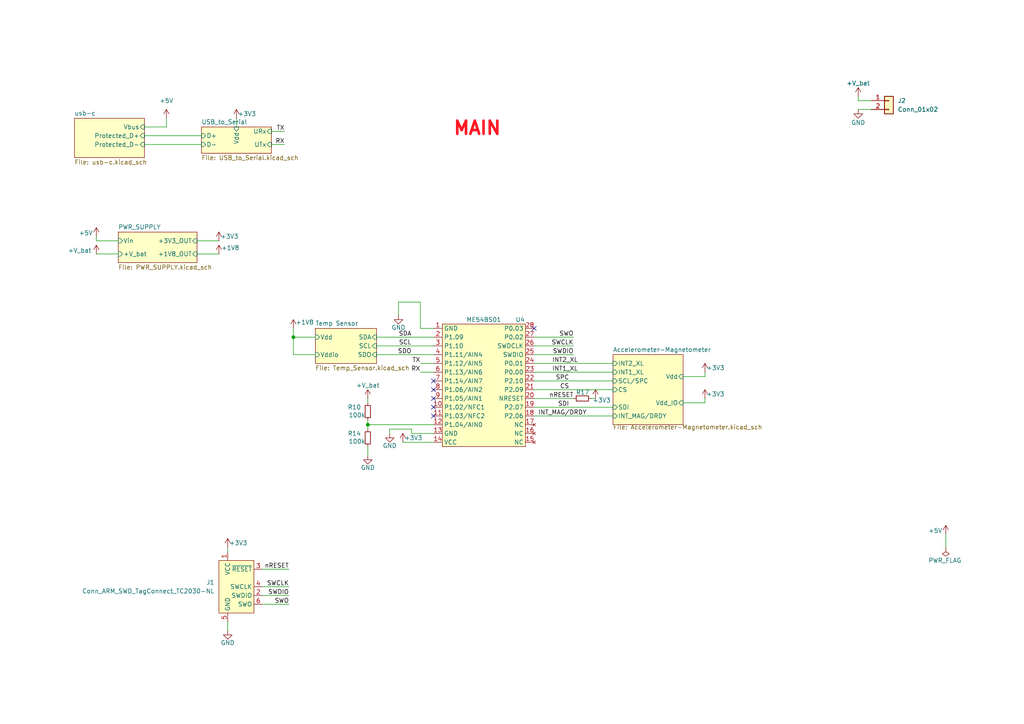
<source format=kicad_sch>
(kicad_sch (version 20250114) (generator "eeschema") (generator_version "9.0")
  (paper "A4")
  (lib_symbols
    (symbol "Connector:Conn_ARM_SWD_TagConnect_TC2030-NL" (in_bom no)
      (property "Reference" "J" (at 2.54 11.43 0))
      (property "Value" "Conn_ARM_SWD_TagConnect_TC2030-NL" (at 2.54 8.89 0))
      (symbol "Conn_ARM_SWD_TagConnect_TC2030-NL_0_0"
        (pin power_in line (at -2.54 10.16 270) (length 2.54) (name "VCC") (number "1"))
        (pin power_in line (at -2.54 -10.16 90) (length 2.54) (name "GND") (number "5"))
        (pin open_collector line (at 7.62 5.08 180) (length 2.54) (name "~{RESET}") (number "3"))
        (pin output line (at 7.62 0 180) (length 2.54) (name "SWCLK") (number "4"))
        (pin bidirectional line (at 7.62 -2.54 180) (length 2.54) (name "SWDIO") (number "2"))
        (pin input line (at 7.62 -5.08 180) (length 2.54) (name "SWO") (number "6"))
      )
      (symbol "Conn_ARM_SWD_TagConnect_TC2030-NL_0_1"
        (rectangle (start -5.08 7.62) (end 5.08 -7.62) (fill (type background)))
      )
    )
    (symbol "Connector_Generic:Conn_01x02" (pin_names (offset 1.016) (hide yes))
      (property "Reference" "J" (at 0 2.54 0))
      (property "Value" "Conn_01x02" (at 0 -5.08 0))
      (symbol "Conn_01x02_1_1"
        (rectangle (start -1.27 1.27) (end 1.27 -3.81) (stroke (width 0.254)) (fill (type background)))
        (rectangle (start -1.27 0.127) (end 0 -0.127) (stroke (width 0.1524)))
        (rectangle (start -1.27 -2.413) (end 0 -2.667) (stroke (width 0.1524)))
        (pin passive line (at -5.08 0 0) (length 3.81) (name "Pin_1") (number "1"))
        (pin passive line (at -5.08 -2.54 0) (length 3.81) (name "Pin_2") (number "2"))
      )
    )
    (symbol "Device:R_Small" (pin_numbers (hide yes)) (pin_names (offset 0.254) (hide yes))
      (property "Reference" "R" (at 0.762 0.508 0))
      (property "Value" "R_Small" (at 0.762 -1.016 0))
      (symbol "R_Small_0_1"
        (rectangle (start -0.762 1.778) (end 0.762 -1.778) (stroke (width 0.2032)))
      )
      (symbol "R_Small_1_1"
        (pin passive line (at 0 2.54 270) (length 0.762) (name "~") (number "1"))
        (pin passive line (at 0 -2.54 90) (length 0.762) (name "~") (number "2"))
      )
    )
    (symbol "My_Libraries:ME54BS01"
      (property "Reference" "U" (at 11.43 20.32 0))
      (symbol "ME54BS01_1_1"
        (rectangle (start -11.43 19.05) (end 12.7 -16.51) (fill (type background)))
        (pin power_in line (at -13.97 17.78 0) (length 2.54) (name "GND") (number "1"))
        (pin bidirectional line (at -13.97 15.24 0) (length 2.54) (name "P1.09") (number "2"))
        (pin bidirectional line (at -13.97 12.7 0) (length 2.54) (name "P1.10") (number "3"))
        (pin bidirectional line (at -13.97 10.16 0) (length 2.54) (name "P1.11/AIN4") (number "4"))
        (pin bidirectional line (at -13.97 7.62 0) (length 2.54) (name "P1.12/AIN5") (number "5"))
        (pin bidirectional line (at -13.97 5.08 0) (length 2.54) (name "P1.13/AIN6") (number "6"))
        (pin bidirectional line (at -13.97 2.54 0) (length 2.54) (name "P1.14/AIN7") (number "7"))
        (pin bidirectional line (at -13.97 0 0) (length 2.54) (name "P1.06/AIN2") (number "8"))
        (pin bidirectional line (at -13.97 -2.54 0) (length 2.54) (name "P1.05/AIN1") (number "9"))
        (pin bidirectional line (at -13.97 -5.08 0) (length 2.54) (name "P1.02/NFC1") (number "10"))
        (pin bidirectional line (at -13.97 -7.62 0) (length 2.54) (name "P1.03/NFC2") (number "11"))
        (pin bidirectional line (at -13.97 -10.16 0) (length 2.54) (name "P1.04/AIN0") (number "12"))
        (pin power_in line (at -13.97 -12.7 0) (length 2.54) (name "GND") (number "13"))
        (pin power_in line (at -13.97 -15.24 0) (length 2.54) (name "VCC") (number "14"))
        (pin bidirectional line (at 15.24 17.78 180) (length 2.54) (name "P0.03") (number "28"))
        (pin bidirectional line (at 15.24 15.24 180) (length 2.54) (name "P0.02") (number "27"))
        (pin input line (at 15.24 12.7 180) (length 2.54) (name "SWDCLK") (number "26"))
        (pin bidirectional line (at 15.24 10.16 180) (length 2.54) (name "SWDIO") (number "25"))
        (pin bidirectional line (at 15.24 7.62 180) (length 2.54) (name "P0.01") (number "24"))
        (pin bidirectional line (at 15.24 5.08 180) (length 2.54) (name "P0.00") (number "23"))
        (pin bidirectional line (at 15.24 2.54 180) (length 2.54) (name "P2.10") (number "22"))
        (pin bidirectional line (at 15.24 0 180) (length 2.54) (name "P2.09") (number "21"))
        (pin input line (at 15.24 -2.54 180) (length 2.54) (name "NRESET") (number "20"))
        (pin bidirectional line (at 15.24 -5.08 180) (length 2.54) (name "P2.07") (number "19"))
        (pin bidirectional line (at 15.24 -7.62 180) (length 2.54) (name "P2.06") (number "18"))
        (pin no_connect line (at 15.24 -10.16 180) (length 2.54) (name "NC") (number "17"))
        (pin no_connect line (at 15.24 -12.7 180) (length 2.54) (name "NC") (number "16"))
        (pin no_connect line (at 15.24 -15.24 180) (length 2.54) (name "NC") (number "15"))
      )
    )
    (symbol "power:+1V8" (power) (pin_numbers (hide yes)) (pin_names (offset 0) (hide yes))
      (property "Value" "+1V8" (at 0 3.556 0))
      (symbol "+1V8_0_1"
        (polyline (pts (xy -0.762 1.27) (xy 0 2.54)))
        (polyline (pts (xy 0 2.54) (xy 0.762 1.27)))
        (polyline (pts (xy 0 0) (xy 0 2.54)))
      )
      (symbol "+1V8_1_1"
        (pin power_in line (at 0 0 90) (length 0) (name "~") (number "1"))
      )
    )
    (symbol "power:+3V3" (power) (pin_numbers (hide yes)) (pin_names (offset 0) (hide yes))
      (property "Value" "+3V3" (at 0 3.556 0))
      (symbol "+3V3_0_1"
        (polyline (pts (xy -0.762 1.27) (xy 0 2.54)))
        (polyline (pts (xy 0 2.54) (xy 0.762 1.27)))
        (polyline (pts (xy 0 0) (xy 0 2.54)))
      )
      (symbol "+3V3_1_1"
        (pin power_in line (at 0 0 90) (length 0) (name "~") (number "1"))
      )
    )
    (symbol "power:+5V" (power) (pin_numbers (hide yes)) (pin_names (offset 0) (hide yes))
      (property "Value" "+5V" (at 0 3.556 0))
      (symbol "+5V_0_1"
        (polyline (pts (xy -0.762 1.27) (xy 0 2.54)))
        (polyline (pts (xy 0 2.54) (xy 0.762 1.27)))
        (polyline (pts (xy 0 0) (xy 0 2.54)))
      )
      (symbol "+5V_1_1"
        (pin power_in line (at 0 0 90) (length 0) (name "~") (number "1"))
      )
    )
    (symbol "power:GND" (power) (pin_numbers (hide yes)) (pin_names (offset 0) (hide yes))
      (property "Value" "GND" (at 0 -3.81 0))
      (symbol "GND_0_1"
        (polyline (pts (xy 0 0) (xy 0 -1.27) (xy 1.27 -1.27) (xy 0 -2.54) (xy -1.27 -1.27) (xy 0 -1.27)))
      )
      (symbol "GND_1_1"
        (pin power_in line (at 0 0 270) (length 0) (name "~") (number "1"))
      )
    )
    (symbol "power:PWR_FLAG" (power) (pin_numbers (hide yes)) (pin_names (offset 0) (hide yes))
      (property "Value" "PWR_FLAG" (at 0 3.81 0))
      (symbol "PWR_FLAG_0_0"
        (pin power_out line (at 0 0 90) (length 0) (name "~") (number "1"))
      )
      (symbol "PWR_FLAG_0_1"
        (polyline (pts (xy 0 0) (xy 0 1.27) (xy -1.016 1.905) (xy 0 2.54) (xy 1.016 1.905) (xy 0 1.27)))
      )
    )
  )
  (text "MAIN" (at 138.43 37.338 0) (effects (font (size 3.81 3.81) (thickness 0.762) (bold yes))))
  (junction (at 85.09 97.79))
  (junction (at 106.68 123.19))
  (no_connect (at 125.73 110.49))
  (no_connect (at 154.94 95.25))
  (no_connect (at 125.73 120.65))
  (no_connect (at 125.73 115.57))
  (no_connect (at 125.73 118.11))
  (no_connect (at 125.73 113.03))
  (wire (pts (xy 121.92 87.63) (xy 121.92 95.25)))
  (wire (pts (xy 154.94 105.41) (xy 177.8 105.41)))
  (wire (pts (xy 154.94 113.03) (xy 177.8 113.03)))
  (wire (pts (xy 76.2 165.1) (xy 83.82 165.1)))
  (wire (pts (xy 109.22 102.87) (xy 125.73 102.87)))
  (wire (pts (xy 204.47 115.57) (xy 204.47 116.84)))
  (wire (pts (xy 116.84 128.27) (xy 125.73 128.27)))
  (wire (pts (xy 66.04 180.34) (xy 66.04 182.88)))
  (wire (pts (xy 154.94 107.95) (xy 177.8 107.95)))
  (wire (pts (xy 41.91 39.37) (xy 58.42 39.37)))
  (wire (pts (xy 106.68 123.19) (xy 106.68 124.46)))
  (wire (pts (xy 68.58 34.29) (xy 68.58 36.83)))
  (wire (pts (xy 27.94 69.85) (xy 27.94 68.58)))
  (wire (pts (xy 121.92 105.41) (xy 125.73 105.41)))
  (wire (pts (xy 204.47 109.22) (xy 204.47 107.95)))
  (wire (pts (xy 154.94 115.57) (xy 166.37 115.57)))
  (wire (pts (xy 109.22 97.79) (xy 125.73 97.79)))
  (wire (pts (xy 41.91 41.91) (xy 58.42 41.91)))
  (wire (pts (xy 57.15 73.66) (xy 63.5 73.66)))
  (wire (pts (xy 78.74 41.91) (xy 82.55 41.91)))
  (wire (pts (xy 198.12 109.22) (xy 204.47 109.22)))
  (wire (pts (xy 115.57 87.63) (xy 121.92 87.63)))
  (wire (pts (xy 154.94 120.65) (xy 177.8 120.65)))
  (wire (pts (xy 106.68 123.19) (xy 125.73 123.19)))
  (wire (pts (xy 204.47 116.84) (xy 198.12 116.84)))
  (wire (pts (xy 154.94 97.79) (xy 166.37 97.79)))
  (wire (pts (xy 27.94 73.66) (xy 34.29 73.66)))
  (wire (pts (xy 85.09 95.25) (xy 85.09 97.79)))
  (wire (pts (xy 57.15 69.85) (xy 63.5 69.85)))
  (wire (pts (xy 119.38 125.73) (xy 125.73 125.73)))
  (wire (pts (xy 78.74 38.1) (xy 82.55 38.1)))
  (wire (pts (xy 171.45 115.57) (xy 172.72 115.57)))
  (wire (pts (xy 248.92 27.94) (xy 248.92 29.21)))
  (wire (pts (xy 76.2 172.72) (xy 83.82 172.72)))
  (wire (pts (xy 119.38 124.46) (xy 119.38 125.73)))
  (wire (pts (xy 106.68 121.92) (xy 106.68 123.19)))
  (wire (pts (xy 48.26 36.83) (xy 48.26 34.29)))
  (wire (pts (xy 154.94 110.49) (xy 177.8 110.49)))
  (wire (pts (xy 106.68 115.57) (xy 106.68 116.84)))
  (wire (pts (xy 154.94 100.33) (xy 166.37 100.33)))
  (wire (pts (xy 91.44 102.87) (xy 85.09 102.87)))
  (wire (pts (xy 109.22 100.33) (xy 125.73 100.33)))
  (wire (pts (xy 41.91 36.83) (xy 48.26 36.83)))
  (wire (pts (xy 85.09 102.87) (xy 85.09 97.79)))
  (wire (pts (xy 76.2 170.18) (xy 83.82 170.18)))
  (wire (pts (xy 119.38 124.46) (xy 113.03 124.46)))
  (wire (pts (xy 106.68 129.54) (xy 106.68 132.08)))
  (wire (pts (xy 274.32 154.94) (xy 274.32 158.75)))
  (wire (pts (xy 85.09 97.79) (xy 91.44 97.79)))
  (wire (pts (xy 248.92 29.21) (xy 252.73 29.21)))
  (wire (pts (xy 113.03 124.46) (xy 113.03 125.73)))
  (wire (pts (xy 115.57 91.44) (xy 115.57 87.63)))
  (wire (pts (xy 154.94 102.87) (xy 166.37 102.87)))
  (wire (pts (xy 76.2 175.26) (xy 83.82 175.26)))
  (wire (pts (xy 27.94 69.85) (xy 34.29 69.85)))
  (wire (pts (xy 154.94 118.11) (xy 177.8 118.11)))
  (wire (pts (xy 121.92 107.95) (xy 125.73 107.95)))
  (wire (pts (xy 248.92 31.75) (xy 252.73 31.75)))
  (wire (pts (xy 66.04 158.75) (xy 66.04 160.02)))
  (wire (pts (xy 121.92 95.25) (xy 125.73 95.25)))
  (label "TX" (at 121.92 105.41 180))
  (label "SCL" (at 119.38 100.33 180))
  (label "SDI" (at 165.1 118.11 180))
  (label "RX" (at 82.55 41.91 180))
  (label "RX" (at 121.92 107.95 180))
  (label "INT1_XL" (at 167.64 107.95 180))
  (label "SWDIO" (at 166.37 102.87 180))
  (label "SPC" (at 165.1 110.49 180))
  (label "SWO" (at 166.37 97.79 180))
  (label "nRESET" (at 83.82 165.1 180))
  (label "INT_MAG{slash}DRDY" (at 170.18 120.65 180))
  (label "nRESET" (at 166.37 115.57 180))
  (label "CS" (at 165.1 113.03 180))
  (label "SDA" (at 119.38 97.79 180))
  (label "SWCLK" (at 166.37 100.33 180))
  (label "INT2_XL" (at 167.64 105.41 180))
  (label "SWCLK" (at 83.82 170.18 180))
  (label "SWDIO" (at 83.82 172.72 180))
  (label "SWO" (at 83.82 175.26 180))
  (label "SDO" (at 119.38 102.87 180))
  (label "TX" (at 82.55 38.1 180))
  (symbol (lib_id "power:+5V") (at 27.94 73.66 0) (unit 1)
    (property "Reference" "#PWR026" (effects (hide yes)))
    (property "Value" "+V_bat" (at 23.114 72.644 0))
    (property "Description" "Power symbol creates a global label with name \"+5V\"" (effects (hide yes)))
  )
  (symbol (lib_id "power:PWR_FLAG") (at 274.32 158.75 180) (unit 1)
    (property "Reference" "#FLG02" (effects (hide yes)))
    (property "Value" "PWR_FLAG" (at 274.066 162.56 0))
    (property "Description" "Special symbol for telling ERC where power comes from" (effects (hide yes)))
  )
  (symbol (lib_id "power:+3V3") (at 204.47 115.57 0) (unit 1)
    (property "Reference" "#PWR045" (effects (hide yes)))
    (property "Value" "+3V3" (at 207.518 114.3 0))
    (property "Description" "Power symbol creates a global label with name \"+3V3\"" (effects (hide yes)))
  )
  (symbol (lib_id "power:+5V") (at 48.26 34.29 0) (unit 1)
    (property "Reference" "#PWR030" (effects (hide yes)))
    (property "Value" "+5V" (at 48.26 29.21 0))
    (property "Description" "Power symbol creates a global label with name \"+5V\"" (effects (hide yes)))
  )
  (symbol (lib_id "Device:R_Small") (at 106.68 119.38 0) (unit 1)
    (property "Reference" "R10" (at 100.838 118.11 0) (effects (justify left)))
    (property "Value" "100k" (at 101.092 120.396 0) (effects (justify left)))
    (property "Footprint" "Resistor_SMD:R_0603_1608Metric" (effects (hide yes)))
    (property "Description" "Resistor, small symbol" (effects (hide yes)))
  )
  (symbol (lib_id "power:GND") (at 248.92 31.75 0) (unit 1)
    (property "Reference" "#PWR028" (effects (hide yes)))
    (property "Value" "GND" (at 248.92 35.56 0))
    (property "Description" "Power symbol creates a global label with name \"GND\" , ground" (effects (hide yes)))
  )
  (symbol (lib_id "power:GND") (at 115.57 91.44 0) (unit 1)
    (property "Reference" "#PWR01" (effects (hide yes)))
    (property "Value" "GND" (at 115.57 94.996 0))
    (property "Description" "Power symbol creates a global label with name \"GND\" , ground" (effects (hide yes)))
  )
  (symbol (lib_id "power:GND") (at 66.04 182.88 0) (unit 1)
    (property "Reference" "#PWR047" (effects (hide yes)))
    (property "Value" "GND" (at 66.04 186.436 0))
    (property "Description" "Power symbol creates a global label with name \"GND\" , ground" (effects (hide yes)))
  )
  (symbol (lib_id "power:+1V8") (at 63.5 73.66 0) (unit 1)
    (property "Reference" "#PWR036" (effects (hide yes)))
    (property "Value" "+1V8" (at 66.802 71.882 0))
    (property "Description" "Power symbol creates a global label with name \"+1V8\"" (effects (hide yes)))
  )
  (symbol (lib_id "My_Libraries:ME54BS01") (at 139.7 113.03 0) (unit 1)
    (property "Reference" "U4" (at 150.876 92.71 0))
    (property "Value" "ME54BS01" (at 140.335 92.71 0))
    (property "Footprint" "My_Libraries:ME54BS01" (effects (hide yes)))
  )
  (symbol (lib_id "power:+3V3") (at 172.72 115.57 0) (unit 1)
    (property "Reference" "#PWR053" (effects (hide yes)))
    (property "Value" "+3V3" (at 174.498 116.078 0))
    (property "Description" "Power symbol creates a global label with name \"+3V3\"" (effects (hide yes)))
  )
  (symbol (lib_id "power:+3V3") (at 63.5 69.85 0) (unit 1)
    (property "Reference" "#PWR037" (effects (hide yes)))
    (property "Value" "+3V3" (at 66.548 68.58 0))
    (property "Description" "Power symbol creates a global label with name \"+3V3\"" (effects (hide yes)))
  )
  (symbol (lib_id "power:GND") (at 113.03 125.73 0) (unit 1)
    (property "Reference" "#PWR02" (effects (hide yes)))
    (property "Value" "GND" (at 113.03 129.286 0))
    (property "Description" "Power symbol creates a global label with name \"GND\" , ground" (effects (hide yes)))
  )
  (symbol (lib_id "power:+3V3") (at 116.84 128.27 0) (unit 1)
    (property "Reference" "#PWR038" (effects (hide yes)))
    (property "Value" "+3V3" (at 119.888 127 0))
    (property "Description" "Power symbol creates a global label with name \"+3V3\"" (effects (hide yes)))
  )
  (symbol (lib_id "power:+5V") (at 274.32 154.94 0) (unit 1)
    (property "Reference" "#PWR050" (effects (hide yes)))
    (property "Value" "+5V" (at 271.272 153.924 0))
    (property "Description" "Power symbol creates a global label with name \"+5V\"" (effects (hide yes)))
  )
  (symbol (lib_id "Connector:Conn_ARM_SWD_TagConnect_TC2030-NL") (at 68.58 170.18 0) (unit 1) (in_bom no)
    (property "Reference" "J1" (at 62.23 168.9099 0) (effects (justify right)))
    (property "Value" "Conn_ARM_SWD_TagConnect_TC2030-NL" (at 62.23 171.4499 0) (effects (justify right)))
    (property "Footprint" "Connector:Tag-Connect_TC2030-IDC-NL_2x03_P1.27mm_Vertical" (effects (hide yes)))
    (property "Datasheet" "https://www.tag-connect.com/wp-content/uploads/bsk-pdf-manager/TC2030-CTX_1.pdf" (effects (hide yes)))
    (property "Description" "Tag-Connect ARM Cortex SWD JTAG connector, 6 pin, no legs" (effects (hide yes)))
  )
  (symbol (lib_id "power:+3V3") (at 66.04 158.75 0) (unit 1)
    (property "Reference" "#PWR048" (effects (hide yes)))
    (property "Value" "+3V3" (at 69.088 157.48 0))
    (property "Description" "Power symbol creates a global label with name \"+3V3\"" (effects (hide yes)))
  )
  (symbol (lib_id "power:+5V") (at 106.68 115.57 0) (unit 1)
    (property "Reference" "#PWR052" (effects (hide yes)))
    (property "Value" "+V_bat" (at 106.68 111.76 0))
    (property "Description" "Power symbol creates a global label with name \"+5V\"" (effects (hide yes)))
  )
  (symbol (lib_id "Device:R_Small") (at 168.91 115.57 90) (unit 1)
    (property "Reference" "R17" (at 170.942 113.792 90) (effects (justify left)))
    (property "Value" "10k" (effects (hide yes)))
    (property "Footprint" "Resistor_SMD:R_0603_1608Metric" (effects (hide yes)))
    (property "Description" "Resistor, small symbol" (effects (hide yes)))
  )
  (symbol (lib_id "power:+1V8") (at 85.09 95.25 0) (unit 1)
    (property "Reference" "#PWR046" (effects (hide yes)))
    (property "Value" "+1V8" (at 88.392 93.472 0))
    (property "Description" "Power symbol creates a global label with name \"+1V8\"" (effects (hide yes)))
  )
  (symbol (lib_id "power:+5V") (at 248.92 27.94 0) (unit 1)
    (property "Reference" "#PWR027" (effects (hide yes)))
    (property "Value" "+V_bat" (at 248.92 24.13 0))
    (property "Description" "Power symbol creates a global label with name \"+5V\"" (effects (hide yes)))
  )
  (symbol (lib_id "Device:R_Small") (at 106.68 127 0) (unit 1)
    (property "Reference" "R14" (at 100.838 125.73 0) (effects (justify left)))
    (property "Value" "100k" (at 101.092 128.016 0) (effects (justify left)))
    (property "Footprint" "Resistor_SMD:R_0603_1608Metric" (effects (hide yes)))
    (property "Description" "Resistor, small symbol" (effects (hide yes)))
  )
  (symbol (lib_id "power:+3V3") (at 204.47 107.95 0) (unit 1)
    (property "Reference" "#PWR044" (effects (hide yes)))
    (property "Value" "+3V3" (at 207.518 106.68 0))
    (property "Description" "Power symbol creates a global label with name \"+3V3\"" (effects (hide yes)))
  )
  (symbol (lib_id "Connector_Generic:Conn_01x02") (at 257.81 29.21 0) (unit 1)
    (property "Reference" "J2" (at 260.35 29.2099 0) (effects (justify left)))
    (property "Value" "Conn_01x02" (at 260.35 31.7499 0) (effects (justify left)))
    (property "Footprint" "Connector_PinHeader_1.27mm:PinHeader_1x02_P1.27mm_Vertical" (effects (hide yes)))
    (property "Description" "Generic connector, single row, 01x02, script generated (kicad-library-utils/schlib/autogen/connector/)" (effects (hide yes)))
  )
  (symbol (lib_id "power:GND") (at 106.68 132.08 0) (unit 1)
    (property "Reference" "#PWR051" (effects (hide yes)))
    (property "Value" "GND" (at 106.68 135.636 0))
    (property "Description" "Power symbol creates a global label with name \"GND\" , ground" (effects (hide yes)))
  )
  (symbol (lib_id "power:+3V3") (at 68.58 34.29 0) (unit 1)
    (property "Reference" "#PWR041" (effects (hide yes)))
    (property "Value" "+3V3" (at 71.628 33.02 0))
    (property "Description" "Power symbol creates a global label with name \"+3V3\"" (effects (hide yes)))
  )
  (symbol (lib_id "power:+5V") (at 27.94 68.58 0) (unit 1)
    (property "Reference" "#PWR025" (effects (hide yes)))
    (property "Value" "+5V" (at 24.892 67.564 0))
    (property "Description" "Power symbol creates a global label with name \"+5V\"" (effects (hide yes)))
  )
  (sheet (at 34.29 67.31) (size 22.86 8.89) (stroke (width 0.1524)) (fill (color 255 255 194 0.9000))
    (property "Sheetname" "PWR_SUPPLY" (at 34.29 66.5984 0) (effects (justify left bottom)))
    (property "Sheetfile" "PWR_SUPPLY.kicad_sch" (at 34.29 76.7846 0) (effects (justify left top)))
    (pin "+V_bat" input (at 34.29 73.66 180))
    (pin "Vin" input (at 34.29 69.85 180))
    (pin "+1V8_OUT" input (at 57.15 73.66 0))
    (pin "+3V3_OUT" input (at 57.15 69.85 0))
  )
  (sheet (at 58.42 36.83) (size 20.32 7.62) (stroke (width 0.1524)) (fill (color 255 255 194 0.9020))
    (property "Sheetname" "USB_to_Serial" (at 58.42 36.1184 0) (effects (justify left bottom)))
    (property "Sheetfile" "USB_to_Serial.kicad_sch" (at 58.42 45.0346 0) (effects (justify left top)))
    (pin "D+" input (at 58.42 39.37 180))
    (pin "D-" input (at 58.42 41.91 180))
    (pin "URx" input (at 78.74 38.1 0))
    (pin "UTx" input (at 78.74 41.91 0))
    (pin "Vdd" input (at 68.58 36.83 90))
  )
  (sheet (at 21.59 34.29) (size 20.32 11.43) (stroke (width 0.1524)) (fill (color 255 255 194 0.9020))
    (property "Sheetname" "usb-c" (at 21.59 33.5784 0) (effects (justify left bottom)))
    (property "Sheetfile" "usb-c.kicad_sch" (at 21.59 46.3046 0) (effects (justify left top)))
    (pin "Protected_D+" input (at 41.91 39.37 0))
    (pin "Protected_D-" input (at 41.91 41.91 0))
    (pin "Vbus" input (at 41.91 36.83 0))
  )
  (sheet (at 177.8 102.87) (size 20.32 20.32) (stroke (width 0.1524)) (fill (color 255 255 194 1.0000))
    (property "Sheetname" "Accelerometer-Magnetometer" (at 177.8 102.1584 0) (effects (justify left bottom)))
    (property "Sheetfile" "Accelerometer-Magnetometer.kicad_sch" (at 177.8 123.1396 0) (effects (justify left top)))
    (pin "CS" input (at 177.8 113.03 180))
    (pin "INT1_XL" input (at 177.8 107.95 180))
    (pin "INT2_XL" input (at 177.8 105.41 180))
    (pin "INT_MAG{slash}DRDY" input (at 177.8 120.65 180))
    (pin "SCL{slash}SPC" input (at 177.8 110.49 180))
    (pin "SDI" input (at 177.8 118.11 180))
    (pin "Vdd" input (at 198.12 109.22 0))
    (pin "Vdd_IO" input (at 198.12 116.84 0))
  )
  (sheet (at 91.44 95.25) (size 17.78 10.16) (stroke (width 0.1524)) (fill (color 255 255 194 1.0000))
    (property "Sheetname" "Temp Sensor" (at 91.44 94.5384 0) (effects (justify left bottom)))
    (property "Sheetfile" "Temp_Sensor.kicad_sch" (at 91.44 105.9946 0) (effects (justify left top)))
    (pin "SCL" input (at 109.22 100.33 0))
    (pin "SDA" input (at 109.22 97.79 0))
    (pin "SDO" input (at 109.22 102.87 0))
    (pin "Vdd" input (at 91.44 97.79 180))
    (pin "Vddio" input (at 91.44 102.87 180))
  )
)
</source>
